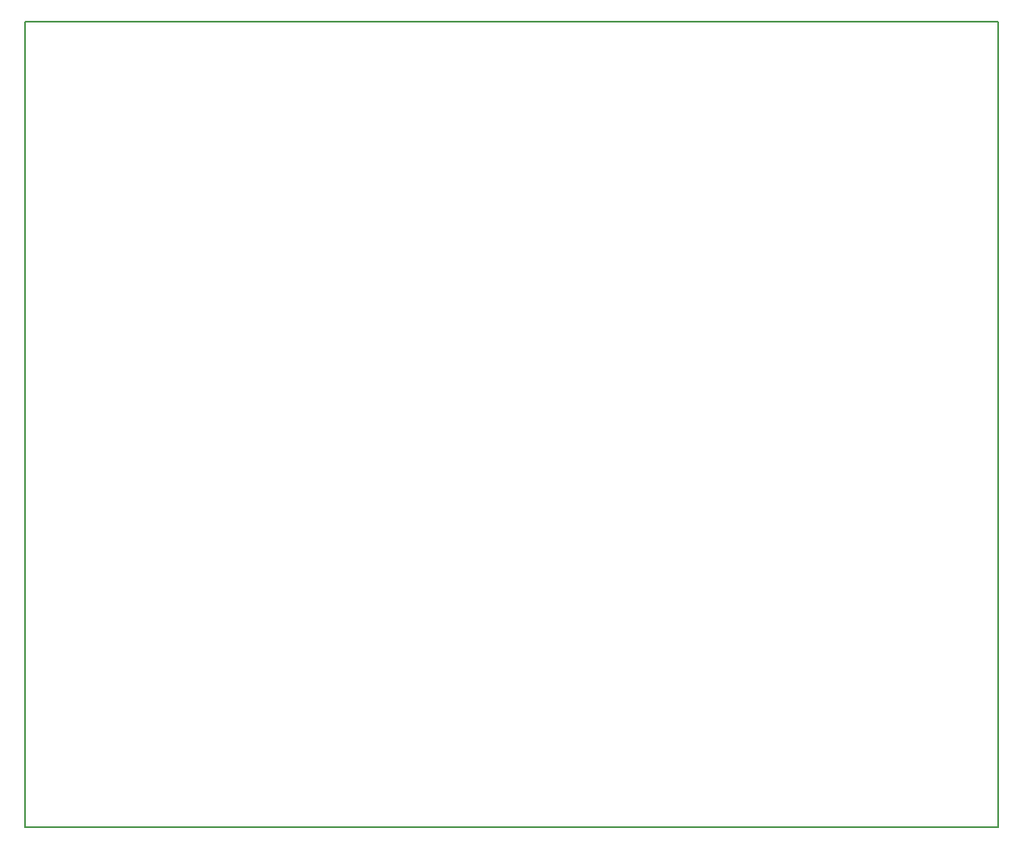
<source format=gbo>
G04 MADE WITH FRITZING*
G04 WWW.FRITZING.ORG*
G04 DOUBLE SIDED*
G04 HOLES PLATED*
G04 CONTOUR ON CENTER OF CONTOUR VECTOR*
%ASAXBY*%
%FSLAX23Y23*%
%MOIN*%
%OFA0B0*%
%SFA1.0B1.0*%
%ADD10R,3.897640X3.228350X3.881640X3.212350*%
%ADD11C,0.008000*%
%LNSILK0*%
G90*
G70*
G54D11*
X4Y3224D02*
X3894Y3224D01*
X3894Y4D01*
X4Y4D01*
X4Y3224D01*
D02*
G04 End of Silk0*
M02*
</source>
